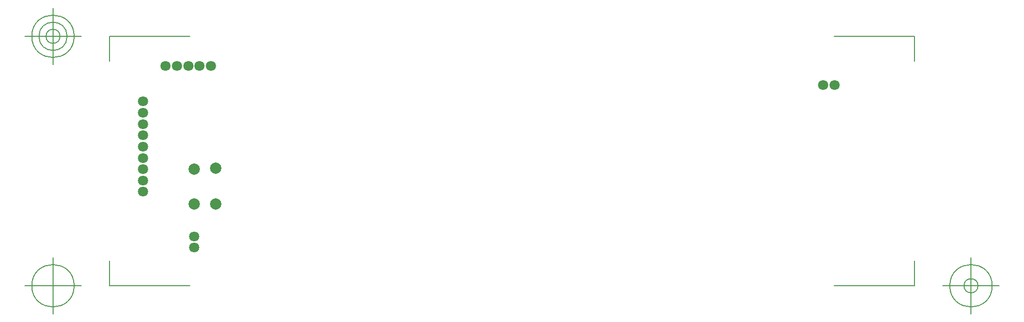
<source format=gbr>
G04 Generated by Ultiboard 14.2 *
%FSLAX34Y34*%
%MOMM*%

%ADD10C,0.0001*%
%ADD11C,0.1270*%
%ADD12C,2.0000*%
%ADD13C,1.8000*%


G04 ColorRGB 00FF00 for the following layer *
%LNCopper Top*%
%LPD*%
G54D10*
G54D11*
X-2540Y-2540D02*
X-2540Y41668D01*
X-2540Y-2540D02*
X139968Y-2540D01*
X1422540Y-2540D02*
X1280032Y-2540D01*
X1422540Y-2540D02*
X1422540Y41668D01*
X1422540Y439540D02*
X1422540Y395332D01*
X1422540Y439540D02*
X1280032Y439540D01*
X-2540Y439540D02*
X139968Y439540D01*
X-2540Y439540D02*
X-2540Y395332D01*
X-52540Y-2540D02*
X-152540Y-2540D01*
X-102540Y-52540D02*
X-102540Y47460D01*
X-140040Y-2540D02*
G75*
D01*
G02X-140040Y-2540I37500J0*
G01*
X1472540Y-2540D02*
X1572540Y-2540D01*
X1522540Y-52540D02*
X1522540Y47460D01*
X1485040Y-2540D02*
G75*
D01*
G02X1485040Y-2540I37500J0*
G01*
X1510040Y-2540D02*
G75*
D01*
G02X1510040Y-2540I12500J0*
G01*
X-52540Y439540D02*
X-152540Y439540D01*
X-102540Y389540D02*
X-102540Y489540D01*
X-140040Y439540D02*
G75*
D01*
G02X-140040Y439540I37500J0*
G01*
X-127540Y439540D02*
G75*
D01*
G02X-127540Y439540I25000J0*
G01*
X-115040Y439540D02*
G75*
D01*
G02X-115040Y439540I12500J0*
G01*
G54D12*
X185420Y142240D03*
X185420Y205740D03*
X147320Y142240D03*
X147320Y204000D03*
G54D13*
X147000Y85000D03*
X147000Y65000D03*
X57000Y164000D03*
X57000Y324000D03*
X57000Y304000D03*
X57000Y284000D03*
X57000Y264000D03*
X57000Y244000D03*
X57000Y224000D03*
X57000Y204000D03*
X57000Y184000D03*
X1281000Y353000D03*
X1261000Y353000D03*
X177000Y387000D03*
X157000Y387000D03*
X137000Y387000D03*
X117000Y387000D03*
X97000Y387000D03*

M02*

</source>
